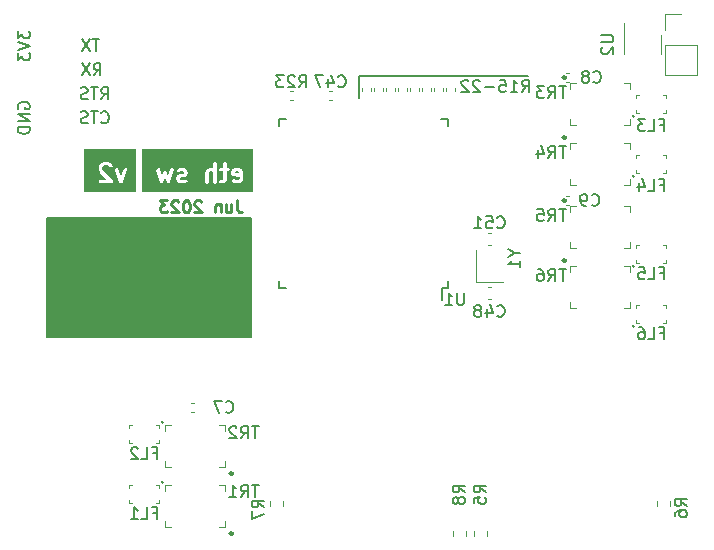
<source format=gbo>
%TF.GenerationSoftware,KiCad,Pcbnew,7.0.1-0*%
%TF.CreationDate,2023-07-11T12:02:19-05:00*%
%TF.ProjectId,little_switch,6c697474-6c65-45f7-9377-697463682e6b,2*%
%TF.SameCoordinates,PX4221330PY3d0af40*%
%TF.FileFunction,Legend,Bot*%
%TF.FilePolarity,Positive*%
%FSLAX46Y46*%
G04 Gerber Fmt 4.6, Leading zero omitted, Abs format (unit mm)*
G04 Created by KiCad (PCBNEW 7.0.1-0) date 2023-07-11 12:02:19*
%MOMM*%
%LPD*%
G01*
G04 APERTURE LIST*
%ADD10C,0.150000*%
%ADD11C,0.254000*%
%ADD12C,0.304800*%
%ADD13C,0.152400*%
%ADD14C,0.120000*%
G04 APERTURE END LIST*
D10*
X25781000Y-7747000D02*
X40132000Y-7747000D01*
X25781000Y-9652000D02*
X25781000Y-7747000D01*
X-635000Y-19812000D02*
X16637000Y-19812000D01*
X16637000Y-29845000D01*
X-635000Y-29845000D01*
X-635000Y-19812000D01*
G36*
X-635000Y-19812000D02*
G01*
X16637000Y-19812000D01*
X16637000Y-29845000D01*
X-635000Y-29845000D01*
X-635000Y-19812000D01*
G37*
D11*
X15469809Y-18290660D02*
X15469809Y-19016375D01*
X15469809Y-19016375D02*
X15518190Y-19161518D01*
X15518190Y-19161518D02*
X15614952Y-19258280D01*
X15614952Y-19258280D02*
X15760095Y-19306660D01*
X15760095Y-19306660D02*
X15856857Y-19306660D01*
X14550571Y-18629327D02*
X14550571Y-19306660D01*
X14986000Y-18629327D02*
X14986000Y-19161518D01*
X14986000Y-19161518D02*
X14937619Y-19258280D01*
X14937619Y-19258280D02*
X14840857Y-19306660D01*
X14840857Y-19306660D02*
X14695714Y-19306660D01*
X14695714Y-19306660D02*
X14598952Y-19258280D01*
X14598952Y-19258280D02*
X14550571Y-19209899D01*
X14066762Y-18629327D02*
X14066762Y-19306660D01*
X14066762Y-18726089D02*
X14018381Y-18677708D01*
X14018381Y-18677708D02*
X13921619Y-18629327D01*
X13921619Y-18629327D02*
X13776476Y-18629327D01*
X13776476Y-18629327D02*
X13679714Y-18677708D01*
X13679714Y-18677708D02*
X13631333Y-18774470D01*
X13631333Y-18774470D02*
X13631333Y-19306660D01*
X12421810Y-18387422D02*
X12373429Y-18339041D01*
X12373429Y-18339041D02*
X12276667Y-18290660D01*
X12276667Y-18290660D02*
X12034762Y-18290660D01*
X12034762Y-18290660D02*
X11938000Y-18339041D01*
X11938000Y-18339041D02*
X11889619Y-18387422D01*
X11889619Y-18387422D02*
X11841238Y-18484184D01*
X11841238Y-18484184D02*
X11841238Y-18580946D01*
X11841238Y-18580946D02*
X11889619Y-18726089D01*
X11889619Y-18726089D02*
X12470191Y-19306660D01*
X12470191Y-19306660D02*
X11841238Y-19306660D01*
X11212286Y-18290660D02*
X11115524Y-18290660D01*
X11115524Y-18290660D02*
X11018762Y-18339041D01*
X11018762Y-18339041D02*
X10970381Y-18387422D01*
X10970381Y-18387422D02*
X10922000Y-18484184D01*
X10922000Y-18484184D02*
X10873619Y-18677708D01*
X10873619Y-18677708D02*
X10873619Y-18919613D01*
X10873619Y-18919613D02*
X10922000Y-19113137D01*
X10922000Y-19113137D02*
X10970381Y-19209899D01*
X10970381Y-19209899D02*
X11018762Y-19258280D01*
X11018762Y-19258280D02*
X11115524Y-19306660D01*
X11115524Y-19306660D02*
X11212286Y-19306660D01*
X11212286Y-19306660D02*
X11309048Y-19258280D01*
X11309048Y-19258280D02*
X11357429Y-19209899D01*
X11357429Y-19209899D02*
X11405810Y-19113137D01*
X11405810Y-19113137D02*
X11454191Y-18919613D01*
X11454191Y-18919613D02*
X11454191Y-18677708D01*
X11454191Y-18677708D02*
X11405810Y-18484184D01*
X11405810Y-18484184D02*
X11357429Y-18387422D01*
X11357429Y-18387422D02*
X11309048Y-18339041D01*
X11309048Y-18339041D02*
X11212286Y-18290660D01*
X10486572Y-18387422D02*
X10438191Y-18339041D01*
X10438191Y-18339041D02*
X10341429Y-18290660D01*
X10341429Y-18290660D02*
X10099524Y-18290660D01*
X10099524Y-18290660D02*
X10002762Y-18339041D01*
X10002762Y-18339041D02*
X9954381Y-18387422D01*
X9954381Y-18387422D02*
X9906000Y-18484184D01*
X9906000Y-18484184D02*
X9906000Y-18580946D01*
X9906000Y-18580946D02*
X9954381Y-18726089D01*
X9954381Y-18726089D02*
X10534953Y-19306660D01*
X10534953Y-19306660D02*
X9906000Y-19306660D01*
X9567334Y-18290660D02*
X8938381Y-18290660D01*
X8938381Y-18290660D02*
X9277048Y-18677708D01*
X9277048Y-18677708D02*
X9131905Y-18677708D01*
X9131905Y-18677708D02*
X9035143Y-18726089D01*
X9035143Y-18726089D02*
X8986762Y-18774470D01*
X8986762Y-18774470D02*
X8938381Y-18871232D01*
X8938381Y-18871232D02*
X8938381Y-19113137D01*
X8938381Y-19113137D02*
X8986762Y-19209899D01*
X8986762Y-19209899D02*
X9035143Y-19258280D01*
X9035143Y-19258280D02*
X9131905Y-19306660D01*
X9131905Y-19306660D02*
X9422191Y-19306660D01*
X9422191Y-19306660D02*
X9518953Y-19258280D01*
X9518953Y-19258280D02*
X9567334Y-19209899D01*
D12*
G36*
X15652549Y-15874653D02*
G01*
X15686314Y-15942182D01*
X15686314Y-16010593D01*
X15272569Y-15927843D01*
X15299163Y-15874653D01*
X15366690Y-15840891D01*
X15585024Y-15840891D01*
X15652549Y-15874653D01*
G37*
G36*
X16803914Y-17565914D02*
G01*
X7449458Y-17565914D01*
X7449458Y-15687331D01*
X8640455Y-15687331D01*
X8935129Y-16718692D01*
X8933616Y-16734596D01*
X8947192Y-16760910D01*
X8949054Y-16767427D01*
X8957198Y-16780305D01*
X8974650Y-16814132D01*
X8980853Y-16817711D01*
X8984683Y-16823767D01*
X9019200Y-16839836D01*
X9052169Y-16858858D01*
X9059323Y-16858515D01*
X9065819Y-16861539D01*
X9103540Y-16856396D01*
X9141564Y-16854574D01*
X9147398Y-16850416D01*
X9154496Y-16849449D01*
X9183447Y-16824730D01*
X9214451Y-16802639D01*
X9217111Y-16795988D01*
X9222560Y-16791336D01*
X9233553Y-16754882D01*
X9379856Y-16389125D01*
X9517956Y-16734374D01*
X9518073Y-16750351D01*
X9534264Y-16775145D01*
X9536781Y-16781436D01*
X9546194Y-16793413D01*
X9567008Y-16825285D01*
X9573544Y-16828212D01*
X9577972Y-16833846D01*
X9613943Y-16846307D01*
X9648687Y-16861869D01*
X9655771Y-16860797D01*
X9662539Y-16863142D01*
X9699528Y-16854179D01*
X9737178Y-16848486D01*
X9742558Y-16843754D01*
X9749519Y-16842068D01*
X9775791Y-16814531D01*
X9804386Y-16789386D01*
X9806354Y-16782496D01*
X9811299Y-16777314D01*
X9818513Y-16739938D01*
X9906708Y-16431255D01*
X10310512Y-16431255D01*
X10316028Y-16444555D01*
X10316028Y-16478572D01*
X10312105Y-16514907D01*
X10326032Y-16542762D01*
X10334808Y-16572649D01*
X10345690Y-16582078D01*
X10387324Y-16665347D01*
X10387116Y-16671270D01*
X10407158Y-16705015D01*
X10414488Y-16719674D01*
X10418297Y-16723769D01*
X10432819Y-16748219D01*
X10448187Y-16755903D01*
X10459889Y-16768483D01*
X10487435Y-16775527D01*
X10610646Y-16837131D01*
X10641393Y-16856891D01*
X10672537Y-16856891D01*
X10703192Y-16862408D01*
X10716494Y-16856891D01*
X10968223Y-16856891D01*
X11004558Y-16860814D01*
X11032413Y-16846886D01*
X11062300Y-16838111D01*
X11071729Y-16827228D01*
X11209325Y-16758431D01*
X11258134Y-16713030D01*
X11280306Y-16626323D01*
X11252082Y-16541393D01*
X11182421Y-16485204D01*
X11093441Y-16475597D01*
X10940451Y-16552091D01*
X10722118Y-16552091D01*
X10654591Y-16518328D01*
X10620828Y-16450800D01*
X10620828Y-16450182D01*
X10654591Y-16382653D01*
X10722118Y-16348891D01*
X10895653Y-16348891D01*
X10931988Y-16352814D01*
X10959844Y-16338885D01*
X10989729Y-16330111D01*
X10999158Y-16319228D01*
X11082426Y-16277594D01*
X11088348Y-16277803D01*
X11122087Y-16257763D01*
X11136753Y-16250431D01*
X11140850Y-16246619D01*
X11165297Y-16232100D01*
X11172980Y-16216732D01*
X11185562Y-16205030D01*
X11192606Y-16177481D01*
X11254212Y-16054270D01*
X11273971Y-16023526D01*
X11273971Y-15992383D01*
X11279488Y-15961728D01*
X11273971Y-15948426D01*
X11273971Y-15923255D01*
X12777941Y-15923255D01*
X12783457Y-15936555D01*
X12783457Y-16726403D01*
X12802237Y-16790363D01*
X12869875Y-16848971D01*
X12958461Y-16861708D01*
X13039871Y-16824530D01*
X13088257Y-16749240D01*
X13088257Y-15942182D01*
X13122020Y-15874653D01*
X13189547Y-15840891D01*
X13335308Y-15840891D01*
X13426150Y-15886311D01*
X13436599Y-15896760D01*
X13436599Y-16726403D01*
X13455379Y-16790363D01*
X13523017Y-16848971D01*
X13611603Y-16861708D01*
X13693013Y-16824530D01*
X13741399Y-16749240D01*
X13741399Y-16727095D01*
X13939782Y-16727095D01*
X13976960Y-16808505D01*
X14052250Y-16856891D01*
X14233937Y-16856891D01*
X14270272Y-16860814D01*
X14298127Y-16846886D01*
X14328014Y-16838111D01*
X14337443Y-16827228D01*
X14420712Y-16785594D01*
X14426635Y-16785803D01*
X14460380Y-16765760D01*
X14475039Y-16758431D01*
X14479134Y-16754621D01*
X14503584Y-16740100D01*
X14511268Y-16724731D01*
X14523848Y-16713030D01*
X14530892Y-16685483D01*
X14592496Y-16562272D01*
X14612256Y-16531526D01*
X14612256Y-16500382D01*
X14617773Y-16469727D01*
X14612256Y-16456425D01*
X14612256Y-16042680D01*
X14954403Y-16042680D01*
X14960600Y-16069029D01*
X14960600Y-16073260D01*
X14965601Y-16090292D01*
X14974893Y-16129800D01*
X14978116Y-16132916D01*
X14979380Y-16137220D01*
X15010056Y-16163801D01*
X15039232Y-16192012D01*
X15043628Y-16192891D01*
X15047018Y-16195828D01*
X15087195Y-16201604D01*
X15686314Y-16321429D01*
X15686314Y-16450800D01*
X15652549Y-16518328D01*
X15585024Y-16552091D01*
X15366690Y-16552091D01*
X15234127Y-16485810D01*
X15168521Y-16474004D01*
X15085852Y-16508291D01*
X15034843Y-16581828D01*
X15031688Y-16671270D01*
X15077391Y-16748219D01*
X15255218Y-16837131D01*
X15285965Y-16856891D01*
X15317109Y-16856891D01*
X15347764Y-16862408D01*
X15361066Y-16856891D01*
X15612796Y-16856891D01*
X15649131Y-16860814D01*
X15676987Y-16846885D01*
X15706872Y-16838111D01*
X15716301Y-16827228D01*
X15799569Y-16785594D01*
X15805491Y-16785803D01*
X15839230Y-16765763D01*
X15853896Y-16758431D01*
X15857993Y-16754619D01*
X15882440Y-16740100D01*
X15890123Y-16724732D01*
X15902705Y-16713030D01*
X15909749Y-16685481D01*
X15971355Y-16562270D01*
X15991114Y-16531526D01*
X15991114Y-16500383D01*
X15996631Y-16469728D01*
X15991114Y-16456426D01*
X15991114Y-16222667D01*
X15997311Y-16205159D01*
X15991114Y-16178810D01*
X15991114Y-15914409D01*
X15995037Y-15878074D01*
X15981108Y-15850218D01*
X15972334Y-15820333D01*
X15961451Y-15810903D01*
X15919816Y-15727633D01*
X15920025Y-15721712D01*
X15899984Y-15687970D01*
X15892653Y-15673308D01*
X15888842Y-15669211D01*
X15874322Y-15644764D01*
X15858954Y-15637080D01*
X15847252Y-15624499D01*
X15819703Y-15617454D01*
X15696493Y-15555849D01*
X15665749Y-15536091D01*
X15634603Y-15536091D01*
X15603950Y-15530575D01*
X15590650Y-15536091D01*
X15338919Y-15536091D01*
X15302584Y-15532168D01*
X15274727Y-15546095D01*
X15244842Y-15554871D01*
X15235412Y-15565753D01*
X15152142Y-15607387D01*
X15146221Y-15607179D01*
X15112487Y-15627214D01*
X15097817Y-15634550D01*
X15093717Y-15638363D01*
X15069273Y-15652882D01*
X15061590Y-15668247D01*
X15049008Y-15679951D01*
X15041962Y-15707502D01*
X14980359Y-15830708D01*
X14960600Y-15861456D01*
X14960600Y-15892603D01*
X14955084Y-15923255D01*
X14960600Y-15936555D01*
X14960600Y-16025172D01*
X14954403Y-16042680D01*
X14612256Y-16042680D01*
X14612256Y-15840891D01*
X14699483Y-15840891D01*
X14763443Y-15822111D01*
X14822051Y-15754473D01*
X14834788Y-15665887D01*
X14797610Y-15584477D01*
X14722320Y-15536091D01*
X14612256Y-15536091D01*
X14612256Y-15158579D01*
X14593476Y-15094619D01*
X14525838Y-15036011D01*
X14437252Y-15023274D01*
X14355842Y-15060452D01*
X14307456Y-15135742D01*
X14307456Y-15536091D01*
X14075087Y-15536091D01*
X14011127Y-15554871D01*
X13952519Y-15622509D01*
X13939782Y-15711095D01*
X13976960Y-15792505D01*
X14052250Y-15840891D01*
X14307456Y-15840891D01*
X14307456Y-16450801D01*
X14273693Y-16518327D01*
X14206165Y-16552091D01*
X14075087Y-16552091D01*
X14011127Y-16570871D01*
X13952519Y-16638509D01*
X13939782Y-16727095D01*
X13741399Y-16727095D01*
X13741399Y-15861133D01*
X13747429Y-15844967D01*
X13741399Y-15817247D01*
X13741399Y-15158579D01*
X13722619Y-15094619D01*
X13654981Y-15036011D01*
X13566395Y-15023274D01*
X13484985Y-15060452D01*
X13436599Y-15135742D01*
X13436599Y-15549307D01*
X13416034Y-15536091D01*
X13384887Y-15536091D01*
X13354235Y-15530575D01*
X13340935Y-15536091D01*
X13161776Y-15536091D01*
X13125441Y-15532168D01*
X13097584Y-15546095D01*
X13067699Y-15554871D01*
X13058269Y-15565753D01*
X12974999Y-15607387D01*
X12969078Y-15607179D01*
X12935344Y-15627214D01*
X12920674Y-15634550D01*
X12916574Y-15638363D01*
X12892130Y-15652882D01*
X12884447Y-15668247D01*
X12871865Y-15679951D01*
X12864819Y-15707502D01*
X12803216Y-15830708D01*
X12783457Y-15861456D01*
X12783457Y-15892603D01*
X12777941Y-15923255D01*
X11273971Y-15923255D01*
X11273971Y-15914409D01*
X11277894Y-15878074D01*
X11263965Y-15850218D01*
X11255191Y-15820333D01*
X11244308Y-15810903D01*
X11202673Y-15727633D01*
X11202882Y-15721712D01*
X11182841Y-15687970D01*
X11175510Y-15673308D01*
X11171699Y-15669211D01*
X11157179Y-15644764D01*
X11141811Y-15637080D01*
X11130109Y-15624499D01*
X11102560Y-15617454D01*
X10979350Y-15555849D01*
X10948606Y-15536091D01*
X10917460Y-15536091D01*
X10886807Y-15530575D01*
X10873507Y-15536091D01*
X10694347Y-15536091D01*
X10658012Y-15532168D01*
X10630155Y-15546095D01*
X10600270Y-15554871D01*
X10590840Y-15565753D01*
X10453245Y-15634550D01*
X10404436Y-15679951D01*
X10382264Y-15766659D01*
X10410488Y-15851589D01*
X10480149Y-15907778D01*
X10569129Y-15917385D01*
X10722118Y-15840891D01*
X10867881Y-15840891D01*
X10935406Y-15874653D01*
X10969171Y-15942182D01*
X10969171Y-15942800D01*
X10935406Y-16010328D01*
X10867881Y-16044091D01*
X10694347Y-16044091D01*
X10658012Y-16040168D01*
X10630155Y-16054095D01*
X10600270Y-16062871D01*
X10590840Y-16073753D01*
X10507570Y-16115387D01*
X10501649Y-16115179D01*
X10467915Y-16135214D01*
X10453245Y-16142550D01*
X10449145Y-16146363D01*
X10424701Y-16160882D01*
X10417018Y-16176247D01*
X10404436Y-16187951D01*
X10397390Y-16215502D01*
X10335787Y-16338708D01*
X10316028Y-16369456D01*
X10316028Y-16400603D01*
X10310512Y-16431255D01*
X9906708Y-16431255D01*
X10112984Y-15709289D01*
X10112498Y-15642631D01*
X10063563Y-15567696D01*
X9981885Y-15531113D01*
X9893393Y-15544496D01*
X9826185Y-15603596D01*
X9646076Y-16233976D01*
X9535070Y-15956460D01*
X9535812Y-15948672D01*
X9518645Y-15915398D01*
X9513219Y-15901832D01*
X9508641Y-15896008D01*
X9494778Y-15869136D01*
X9481501Y-15861475D01*
X9472028Y-15849422D01*
X9443452Y-15839522D01*
X9417259Y-15824410D01*
X9401945Y-15825143D01*
X9387461Y-15820126D01*
X9358072Y-15827246D01*
X9327864Y-15828694D01*
X9315378Y-15837590D01*
X9300481Y-15841200D01*
X9279605Y-15863080D01*
X9254977Y-15880629D01*
X9249284Y-15894860D01*
X9238701Y-15905953D01*
X9232968Y-15935650D01*
X9113637Y-16233977D01*
X8939802Y-15625555D01*
X8904173Y-15569215D01*
X8823037Y-15531443D01*
X8734360Y-15543533D01*
X8666296Y-15601646D01*
X8640455Y-15687331D01*
X7449458Y-15687331D01*
X7449458Y-13930086D01*
X16803914Y-13930086D01*
X16803914Y-17565914D01*
G37*
D13*
X3803952Y-4661020D02*
X3223380Y-4661020D01*
X3513666Y-5677020D02*
X3513666Y-4661020D01*
X2981476Y-4661020D02*
X2304142Y-5677020D01*
X2304142Y-4661020D02*
X2981476Y-5677020D01*
X3320142Y-7709020D02*
X3658809Y-7225211D01*
X3900714Y-7709020D02*
X3900714Y-6693020D01*
X3900714Y-6693020D02*
X3513666Y-6693020D01*
X3513666Y-6693020D02*
X3416904Y-6741401D01*
X3416904Y-6741401D02*
X3368523Y-6789782D01*
X3368523Y-6789782D02*
X3320142Y-6886544D01*
X3320142Y-6886544D02*
X3320142Y-7031687D01*
X3320142Y-7031687D02*
X3368523Y-7128449D01*
X3368523Y-7128449D02*
X3416904Y-7176830D01*
X3416904Y-7176830D02*
X3513666Y-7225211D01*
X3513666Y-7225211D02*
X3900714Y-7225211D01*
X2981476Y-6693020D02*
X2304142Y-7709020D01*
X2304142Y-6693020D02*
X2981476Y-7709020D01*
X39587713Y-9106020D02*
X39926380Y-8622211D01*
X40168285Y-9106020D02*
X40168285Y-8090020D01*
X40168285Y-8090020D02*
X39781237Y-8090020D01*
X39781237Y-8090020D02*
X39684475Y-8138401D01*
X39684475Y-8138401D02*
X39636094Y-8186782D01*
X39636094Y-8186782D02*
X39587713Y-8283544D01*
X39587713Y-8283544D02*
X39587713Y-8428687D01*
X39587713Y-8428687D02*
X39636094Y-8525449D01*
X39636094Y-8525449D02*
X39684475Y-8573830D01*
X39684475Y-8573830D02*
X39781237Y-8622211D01*
X39781237Y-8622211D02*
X40168285Y-8622211D01*
X38620094Y-9106020D02*
X39200666Y-9106020D01*
X38910380Y-9106020D02*
X38910380Y-8090020D01*
X38910380Y-8090020D02*
X39007142Y-8235163D01*
X39007142Y-8235163D02*
X39103904Y-8331925D01*
X39103904Y-8331925D02*
X39200666Y-8380306D01*
X37700856Y-8090020D02*
X38184666Y-8090020D01*
X38184666Y-8090020D02*
X38233047Y-8573830D01*
X38233047Y-8573830D02*
X38184666Y-8525449D01*
X38184666Y-8525449D02*
X38087904Y-8477068D01*
X38087904Y-8477068D02*
X37845999Y-8477068D01*
X37845999Y-8477068D02*
X37749237Y-8525449D01*
X37749237Y-8525449D02*
X37700856Y-8573830D01*
X37700856Y-8573830D02*
X37652475Y-8670592D01*
X37652475Y-8670592D02*
X37652475Y-8912497D01*
X37652475Y-8912497D02*
X37700856Y-9009259D01*
X37700856Y-9009259D02*
X37749237Y-9057640D01*
X37749237Y-9057640D02*
X37845999Y-9106020D01*
X37845999Y-9106020D02*
X38087904Y-9106020D01*
X38087904Y-9106020D02*
X38184666Y-9057640D01*
X38184666Y-9057640D02*
X38233047Y-9009259D01*
X37217047Y-8718973D02*
X36442952Y-8718973D01*
X36007523Y-8186782D02*
X35959142Y-8138401D01*
X35959142Y-8138401D02*
X35862380Y-8090020D01*
X35862380Y-8090020D02*
X35620475Y-8090020D01*
X35620475Y-8090020D02*
X35523713Y-8138401D01*
X35523713Y-8138401D02*
X35475332Y-8186782D01*
X35475332Y-8186782D02*
X35426951Y-8283544D01*
X35426951Y-8283544D02*
X35426951Y-8380306D01*
X35426951Y-8380306D02*
X35475332Y-8525449D01*
X35475332Y-8525449D02*
X36055904Y-9106020D01*
X36055904Y-9106020D02*
X35426951Y-9106020D01*
X35039904Y-8186782D02*
X34991523Y-8138401D01*
X34991523Y-8138401D02*
X34894761Y-8090020D01*
X34894761Y-8090020D02*
X34652856Y-8090020D01*
X34652856Y-8090020D02*
X34556094Y-8138401D01*
X34556094Y-8138401D02*
X34507713Y-8186782D01*
X34507713Y-8186782D02*
X34459332Y-8283544D01*
X34459332Y-8283544D02*
X34459332Y-8380306D01*
X34459332Y-8380306D02*
X34507713Y-8525449D01*
X34507713Y-8525449D02*
X35088285Y-9106020D01*
X35088285Y-9106020D02*
X34459332Y-9106020D01*
D12*
G36*
X6897914Y-17565914D02*
G01*
X2478314Y-17565914D01*
X2478314Y-15621660D01*
X3741984Y-15621660D01*
X3755259Y-15661487D01*
X3767094Y-15701792D01*
X3769344Y-15703742D01*
X3826111Y-15874045D01*
X3833880Y-15909755D01*
X3855901Y-15931776D01*
X3873677Y-15957354D01*
X3886983Y-15962858D01*
X4476216Y-16552091D01*
X3878802Y-16552091D01*
X3814842Y-16570871D01*
X3756234Y-16638509D01*
X3743497Y-16727095D01*
X3780675Y-16808505D01*
X3855965Y-16856891D01*
X4805244Y-16856891D01*
X4810379Y-16859695D01*
X4849582Y-16856891D01*
X4866054Y-16856891D01*
X4871358Y-16855333D01*
X4899649Y-16853310D01*
X4913459Y-16842971D01*
X4930014Y-16838111D01*
X4948588Y-16816674D01*
X4971295Y-16799677D01*
X4977324Y-16783510D01*
X4988622Y-16770473D01*
X4992658Y-16742402D01*
X5002572Y-16715823D01*
X4998904Y-16698961D01*
X5001359Y-16681887D01*
X4989577Y-16656089D01*
X4983548Y-16628370D01*
X4971347Y-16616169D01*
X4964181Y-16600477D01*
X4940321Y-16585143D01*
X4106487Y-15751310D01*
X4088586Y-15697607D01*
X5120999Y-15697607D01*
X5488504Y-16726622D01*
X5487711Y-16740419D01*
X5503292Y-16768029D01*
X5506276Y-16776384D01*
X5514011Y-16787024D01*
X5531696Y-16818362D01*
X5539969Y-16822730D01*
X5545474Y-16830302D01*
X5579018Y-16843349D01*
X5610837Y-16860151D01*
X5620161Y-16859353D01*
X5628884Y-16862746D01*
X5664152Y-16855588D01*
X5700009Y-16852520D01*
X5707422Y-16846807D01*
X5716593Y-16844946D01*
X5742390Y-16819860D01*
X5770899Y-16797891D01*
X5774046Y-16789077D01*
X5780756Y-16782553D01*
X5788896Y-16747498D01*
X6156176Y-15719113D01*
X6160002Y-15652563D01*
X6116017Y-15574620D01*
X6036876Y-15532830D01*
X5947704Y-15540461D01*
X5876814Y-15595091D01*
X5642427Y-16251373D01*
X5415723Y-15616598D01*
X5376525Y-15562680D01*
X5293115Y-15530236D01*
X5205406Y-15548036D01*
X5141243Y-15610429D01*
X5120999Y-15697607D01*
X4088586Y-15697607D01*
X4053114Y-15591190D01*
X4053114Y-15506754D01*
X4098535Y-15415909D01*
X4136132Y-15378312D01*
X4226975Y-15332891D01*
X4517881Y-15332891D01*
X4608723Y-15378312D01*
X4679302Y-15448891D01*
X4737808Y-15480838D01*
X4827077Y-15474453D01*
X4898723Y-15420820D01*
X4930000Y-15336965D01*
X4910976Y-15249513D01*
X4820273Y-15158810D01*
X4807179Y-15136764D01*
X4769624Y-15117986D01*
X4732762Y-15097858D01*
X4729792Y-15098070D01*
X4629350Y-15047849D01*
X4598606Y-15028091D01*
X4567460Y-15028091D01*
X4536807Y-15022575D01*
X4523507Y-15028091D01*
X4199204Y-15028091D01*
X4162869Y-15024168D01*
X4135013Y-15038095D01*
X4105127Y-15046871D01*
X4095696Y-15057754D01*
X3994792Y-15108206D01*
X3969736Y-15113657D01*
X3940043Y-15143349D01*
X3909294Y-15171952D01*
X3908556Y-15174836D01*
X3879033Y-15204359D01*
X3856987Y-15217454D01*
X3838212Y-15255004D01*
X3818081Y-15291871D01*
X3818293Y-15294841D01*
X3768073Y-15395280D01*
X3748314Y-15426028D01*
X3748314Y-15457175D01*
X3742798Y-15487827D01*
X3748314Y-15501127D01*
X3748314Y-15596812D01*
X3741984Y-15621660D01*
X2478314Y-15621660D01*
X2478314Y-13930086D01*
X6897914Y-13930086D01*
X6897914Y-17565914D01*
G37*
D13*
X-3037599Y-10528905D02*
X-3085980Y-10432143D01*
X-3085980Y-10432143D02*
X-3085980Y-10287000D01*
X-3085980Y-10287000D02*
X-3037599Y-10141857D01*
X-3037599Y-10141857D02*
X-2940837Y-10045095D01*
X-2940837Y-10045095D02*
X-2844075Y-9996714D01*
X-2844075Y-9996714D02*
X-2650551Y-9948333D01*
X-2650551Y-9948333D02*
X-2505408Y-9948333D01*
X-2505408Y-9948333D02*
X-2311884Y-9996714D01*
X-2311884Y-9996714D02*
X-2215122Y-10045095D01*
X-2215122Y-10045095D02*
X-2118360Y-10141857D01*
X-2118360Y-10141857D02*
X-2069980Y-10287000D01*
X-2069980Y-10287000D02*
X-2069980Y-10383762D01*
X-2069980Y-10383762D02*
X-2118360Y-10528905D01*
X-2118360Y-10528905D02*
X-2166741Y-10577286D01*
X-2166741Y-10577286D02*
X-2505408Y-10577286D01*
X-2505408Y-10577286D02*
X-2505408Y-10383762D01*
X-2069980Y-11012714D02*
X-3085980Y-11012714D01*
X-3085980Y-11012714D02*
X-2069980Y-11593286D01*
X-2069980Y-11593286D02*
X-3085980Y-11593286D01*
X-2069980Y-12077095D02*
X-3085980Y-12077095D01*
X-3085980Y-12077095D02*
X-3085980Y-12319000D01*
X-3085980Y-12319000D02*
X-3037599Y-12464143D01*
X-3037599Y-12464143D02*
X-2940837Y-12560905D01*
X-2940837Y-12560905D02*
X-2844075Y-12609286D01*
X-2844075Y-12609286D02*
X-2650551Y-12657667D01*
X-2650551Y-12657667D02*
X-2505408Y-12657667D01*
X-2505408Y-12657667D02*
X-2311884Y-12609286D01*
X-2311884Y-12609286D02*
X-2215122Y-12560905D01*
X-2215122Y-12560905D02*
X-2118360Y-12464143D01*
X-2118360Y-12464143D02*
X-2069980Y-12319000D01*
X-2069980Y-12319000D02*
X-2069980Y-12077095D01*
X3967237Y-11676259D02*
X4015618Y-11724640D01*
X4015618Y-11724640D02*
X4160761Y-11773020D01*
X4160761Y-11773020D02*
X4257523Y-11773020D01*
X4257523Y-11773020D02*
X4402666Y-11724640D01*
X4402666Y-11724640D02*
X4499428Y-11627878D01*
X4499428Y-11627878D02*
X4547809Y-11531116D01*
X4547809Y-11531116D02*
X4596190Y-11337592D01*
X4596190Y-11337592D02*
X4596190Y-11192449D01*
X4596190Y-11192449D02*
X4547809Y-10998925D01*
X4547809Y-10998925D02*
X4499428Y-10902163D01*
X4499428Y-10902163D02*
X4402666Y-10805401D01*
X4402666Y-10805401D02*
X4257523Y-10757020D01*
X4257523Y-10757020D02*
X4160761Y-10757020D01*
X4160761Y-10757020D02*
X4015618Y-10805401D01*
X4015618Y-10805401D02*
X3967237Y-10853782D01*
X3676952Y-10757020D02*
X3096380Y-10757020D01*
X3386666Y-11773020D02*
X3386666Y-10757020D01*
X2806095Y-11724640D02*
X2660952Y-11773020D01*
X2660952Y-11773020D02*
X2419047Y-11773020D01*
X2419047Y-11773020D02*
X2322285Y-11724640D01*
X2322285Y-11724640D02*
X2273904Y-11676259D01*
X2273904Y-11676259D02*
X2225523Y-11579497D01*
X2225523Y-11579497D02*
X2225523Y-11482735D01*
X2225523Y-11482735D02*
X2273904Y-11385973D01*
X2273904Y-11385973D02*
X2322285Y-11337592D01*
X2322285Y-11337592D02*
X2419047Y-11289211D01*
X2419047Y-11289211D02*
X2612571Y-11240830D01*
X2612571Y-11240830D02*
X2709333Y-11192449D01*
X2709333Y-11192449D02*
X2757714Y-11144068D01*
X2757714Y-11144068D02*
X2806095Y-11047306D01*
X2806095Y-11047306D02*
X2806095Y-10950544D01*
X2806095Y-10950544D02*
X2757714Y-10853782D01*
X2757714Y-10853782D02*
X2709333Y-10805401D01*
X2709333Y-10805401D02*
X2612571Y-10757020D01*
X2612571Y-10757020D02*
X2370666Y-10757020D01*
X2370666Y-10757020D02*
X2225523Y-10805401D01*
X3967237Y-9741020D02*
X4305904Y-9257211D01*
X4547809Y-9741020D02*
X4547809Y-8725020D01*
X4547809Y-8725020D02*
X4160761Y-8725020D01*
X4160761Y-8725020D02*
X4063999Y-8773401D01*
X4063999Y-8773401D02*
X4015618Y-8821782D01*
X4015618Y-8821782D02*
X3967237Y-8918544D01*
X3967237Y-8918544D02*
X3967237Y-9063687D01*
X3967237Y-9063687D02*
X4015618Y-9160449D01*
X4015618Y-9160449D02*
X4063999Y-9208830D01*
X4063999Y-9208830D02*
X4160761Y-9257211D01*
X4160761Y-9257211D02*
X4547809Y-9257211D01*
X3676952Y-8725020D02*
X3096380Y-8725020D01*
X3386666Y-9741020D02*
X3386666Y-8725020D01*
X2806095Y-9692640D02*
X2660952Y-9741020D01*
X2660952Y-9741020D02*
X2419047Y-9741020D01*
X2419047Y-9741020D02*
X2322285Y-9692640D01*
X2322285Y-9692640D02*
X2273904Y-9644259D01*
X2273904Y-9644259D02*
X2225523Y-9547497D01*
X2225523Y-9547497D02*
X2225523Y-9450735D01*
X2225523Y-9450735D02*
X2273904Y-9353973D01*
X2273904Y-9353973D02*
X2322285Y-9305592D01*
X2322285Y-9305592D02*
X2419047Y-9257211D01*
X2419047Y-9257211D02*
X2612571Y-9208830D01*
X2612571Y-9208830D02*
X2709333Y-9160449D01*
X2709333Y-9160449D02*
X2757714Y-9112068D01*
X2757714Y-9112068D02*
X2806095Y-9015306D01*
X2806095Y-9015306D02*
X2806095Y-8918544D01*
X2806095Y-8918544D02*
X2757714Y-8821782D01*
X2757714Y-8821782D02*
X2709333Y-8773401D01*
X2709333Y-8773401D02*
X2612571Y-8725020D01*
X2612571Y-8725020D02*
X2370666Y-8725020D01*
X2370666Y-8725020D02*
X2225523Y-8773401D01*
X-3085980Y-3949095D02*
X-3085980Y-4578048D01*
X-3085980Y-4578048D02*
X-2698932Y-4239381D01*
X-2698932Y-4239381D02*
X-2698932Y-4384524D01*
X-2698932Y-4384524D02*
X-2650551Y-4481286D01*
X-2650551Y-4481286D02*
X-2602170Y-4529667D01*
X-2602170Y-4529667D02*
X-2505408Y-4578048D01*
X-2505408Y-4578048D02*
X-2263503Y-4578048D01*
X-2263503Y-4578048D02*
X-2166741Y-4529667D01*
X-2166741Y-4529667D02*
X-2118360Y-4481286D01*
X-2118360Y-4481286D02*
X-2069980Y-4384524D01*
X-2069980Y-4384524D02*
X-2069980Y-4094238D01*
X-2069980Y-4094238D02*
X-2118360Y-3997476D01*
X-2118360Y-3997476D02*
X-2166741Y-3949095D01*
X-3085980Y-4868333D02*
X-2069980Y-5207000D01*
X-2069980Y-5207000D02*
X-3085980Y-5545667D01*
X-3085980Y-5787571D02*
X-3085980Y-6416524D01*
X-3085980Y-6416524D02*
X-2698932Y-6077857D01*
X-2698932Y-6077857D02*
X-2698932Y-6223000D01*
X-2698932Y-6223000D02*
X-2650551Y-6319762D01*
X-2650551Y-6319762D02*
X-2602170Y-6368143D01*
X-2602170Y-6368143D02*
X-2505408Y-6416524D01*
X-2505408Y-6416524D02*
X-2263503Y-6416524D01*
X-2263503Y-6416524D02*
X-2166741Y-6368143D01*
X-2166741Y-6368143D02*
X-2118360Y-6319762D01*
X-2118360Y-6319762D02*
X-2069980Y-6223000D01*
X-2069980Y-6223000D02*
X-2069980Y-5932714D01*
X-2069980Y-5932714D02*
X-2118360Y-5835952D01*
X-2118360Y-5835952D02*
X-2166741Y-5787571D01*
%TO.C,FL1*%
X8369904Y-44768830D02*
X8708571Y-44768830D01*
X8708571Y-45301020D02*
X8708571Y-44285020D01*
X8708571Y-44285020D02*
X8224761Y-44285020D01*
X7353904Y-45301020D02*
X7837714Y-45301020D01*
X7837714Y-45301020D02*
X7837714Y-44285020D01*
X6483047Y-45301020D02*
X7063619Y-45301020D01*
X6773333Y-45301020D02*
X6773333Y-44285020D01*
X6773333Y-44285020D02*
X6870095Y-44430163D01*
X6870095Y-44430163D02*
X6966857Y-44526925D01*
X6966857Y-44526925D02*
X7063619Y-44575306D01*
%TO.C,TR5*%
X43319095Y-19012020D02*
X42738523Y-19012020D01*
X43028809Y-20028020D02*
X43028809Y-19012020D01*
X41819285Y-20028020D02*
X42157952Y-19544211D01*
X42399857Y-20028020D02*
X42399857Y-19012020D01*
X42399857Y-19012020D02*
X42012809Y-19012020D01*
X42012809Y-19012020D02*
X41916047Y-19060401D01*
X41916047Y-19060401D02*
X41867666Y-19108782D01*
X41867666Y-19108782D02*
X41819285Y-19205544D01*
X41819285Y-19205544D02*
X41819285Y-19350687D01*
X41819285Y-19350687D02*
X41867666Y-19447449D01*
X41867666Y-19447449D02*
X41916047Y-19495830D01*
X41916047Y-19495830D02*
X42012809Y-19544211D01*
X42012809Y-19544211D02*
X42399857Y-19544211D01*
X40900047Y-19012020D02*
X41383857Y-19012020D01*
X41383857Y-19012020D02*
X41432238Y-19495830D01*
X41432238Y-19495830D02*
X41383857Y-19447449D01*
X41383857Y-19447449D02*
X41287095Y-19399068D01*
X41287095Y-19399068D02*
X41045190Y-19399068D01*
X41045190Y-19399068D02*
X40948428Y-19447449D01*
X40948428Y-19447449D02*
X40900047Y-19495830D01*
X40900047Y-19495830D02*
X40851666Y-19592592D01*
X40851666Y-19592592D02*
X40851666Y-19834497D01*
X40851666Y-19834497D02*
X40900047Y-19931259D01*
X40900047Y-19931259D02*
X40948428Y-19979640D01*
X40948428Y-19979640D02*
X41045190Y-20028020D01*
X41045190Y-20028020D02*
X41287095Y-20028020D01*
X41287095Y-20028020D02*
X41383857Y-19979640D01*
X41383857Y-19979640D02*
X41432238Y-19931259D01*
%TO.C,C7*%
X14520332Y-36187259D02*
X14568713Y-36235640D01*
X14568713Y-36235640D02*
X14713856Y-36284020D01*
X14713856Y-36284020D02*
X14810618Y-36284020D01*
X14810618Y-36284020D02*
X14955761Y-36235640D01*
X14955761Y-36235640D02*
X15052523Y-36138878D01*
X15052523Y-36138878D02*
X15100904Y-36042116D01*
X15100904Y-36042116D02*
X15149285Y-35848592D01*
X15149285Y-35848592D02*
X15149285Y-35703449D01*
X15149285Y-35703449D02*
X15100904Y-35509925D01*
X15100904Y-35509925D02*
X15052523Y-35413163D01*
X15052523Y-35413163D02*
X14955761Y-35316401D01*
X14955761Y-35316401D02*
X14810618Y-35268020D01*
X14810618Y-35268020D02*
X14713856Y-35268020D01*
X14713856Y-35268020D02*
X14568713Y-35316401D01*
X14568713Y-35316401D02*
X14520332Y-35364782D01*
X14181666Y-35268020D02*
X13504332Y-35268020D01*
X13504332Y-35268020D02*
X13939761Y-36284020D01*
%TO.C,C47*%
X24021142Y-8628259D02*
X24069523Y-8676640D01*
X24069523Y-8676640D02*
X24214666Y-8725020D01*
X24214666Y-8725020D02*
X24311428Y-8725020D01*
X24311428Y-8725020D02*
X24456571Y-8676640D01*
X24456571Y-8676640D02*
X24553333Y-8579878D01*
X24553333Y-8579878D02*
X24601714Y-8483116D01*
X24601714Y-8483116D02*
X24650095Y-8289592D01*
X24650095Y-8289592D02*
X24650095Y-8144449D01*
X24650095Y-8144449D02*
X24601714Y-7950925D01*
X24601714Y-7950925D02*
X24553333Y-7854163D01*
X24553333Y-7854163D02*
X24456571Y-7757401D01*
X24456571Y-7757401D02*
X24311428Y-7709020D01*
X24311428Y-7709020D02*
X24214666Y-7709020D01*
X24214666Y-7709020D02*
X24069523Y-7757401D01*
X24069523Y-7757401D02*
X24021142Y-7805782D01*
X23150285Y-8047687D02*
X23150285Y-8725020D01*
X23392190Y-7660640D02*
X23634095Y-8386354D01*
X23634095Y-8386354D02*
X23005142Y-8386354D01*
X22714857Y-7709020D02*
X22037523Y-7709020D01*
X22037523Y-7709020D02*
X22472952Y-8725020D01*
%TO.C,FL4*%
X51295904Y-16955830D02*
X51634571Y-16955830D01*
X51634571Y-17488020D02*
X51634571Y-16472020D01*
X51634571Y-16472020D02*
X51150761Y-16472020D01*
X50279904Y-17488020D02*
X50763714Y-17488020D01*
X50763714Y-17488020D02*
X50763714Y-16472020D01*
X49505809Y-16810687D02*
X49505809Y-17488020D01*
X49747714Y-16423640D02*
X49989619Y-17149354D01*
X49989619Y-17149354D02*
X49360666Y-17149354D01*
%TO.C,TR3*%
X43319095Y-8598020D02*
X42738523Y-8598020D01*
X43028809Y-9614020D02*
X43028809Y-8598020D01*
X41819285Y-9614020D02*
X42157952Y-9130211D01*
X42399857Y-9614020D02*
X42399857Y-8598020D01*
X42399857Y-8598020D02*
X42012809Y-8598020D01*
X42012809Y-8598020D02*
X41916047Y-8646401D01*
X41916047Y-8646401D02*
X41867666Y-8694782D01*
X41867666Y-8694782D02*
X41819285Y-8791544D01*
X41819285Y-8791544D02*
X41819285Y-8936687D01*
X41819285Y-8936687D02*
X41867666Y-9033449D01*
X41867666Y-9033449D02*
X41916047Y-9081830D01*
X41916047Y-9081830D02*
X42012809Y-9130211D01*
X42012809Y-9130211D02*
X42399857Y-9130211D01*
X41480619Y-8598020D02*
X40851666Y-8598020D01*
X40851666Y-8598020D02*
X41190333Y-8985068D01*
X41190333Y-8985068D02*
X41045190Y-8985068D01*
X41045190Y-8985068D02*
X40948428Y-9033449D01*
X40948428Y-9033449D02*
X40900047Y-9081830D01*
X40900047Y-9081830D02*
X40851666Y-9178592D01*
X40851666Y-9178592D02*
X40851666Y-9420497D01*
X40851666Y-9420497D02*
X40900047Y-9517259D01*
X40900047Y-9517259D02*
X40948428Y-9565640D01*
X40948428Y-9565640D02*
X41045190Y-9614020D01*
X41045190Y-9614020D02*
X41335476Y-9614020D01*
X41335476Y-9614020D02*
X41432238Y-9565640D01*
X41432238Y-9565640D02*
X41480619Y-9517259D01*
%TO.C,R23*%
X20719142Y-8725020D02*
X21057809Y-8241211D01*
X21299714Y-8725020D02*
X21299714Y-7709020D01*
X21299714Y-7709020D02*
X20912666Y-7709020D01*
X20912666Y-7709020D02*
X20815904Y-7757401D01*
X20815904Y-7757401D02*
X20767523Y-7805782D01*
X20767523Y-7805782D02*
X20719142Y-7902544D01*
X20719142Y-7902544D02*
X20719142Y-8047687D01*
X20719142Y-8047687D02*
X20767523Y-8144449D01*
X20767523Y-8144449D02*
X20815904Y-8192830D01*
X20815904Y-8192830D02*
X20912666Y-8241211D01*
X20912666Y-8241211D02*
X21299714Y-8241211D01*
X20332095Y-7805782D02*
X20283714Y-7757401D01*
X20283714Y-7757401D02*
X20186952Y-7709020D01*
X20186952Y-7709020D02*
X19945047Y-7709020D01*
X19945047Y-7709020D02*
X19848285Y-7757401D01*
X19848285Y-7757401D02*
X19799904Y-7805782D01*
X19799904Y-7805782D02*
X19751523Y-7902544D01*
X19751523Y-7902544D02*
X19751523Y-7999306D01*
X19751523Y-7999306D02*
X19799904Y-8144449D01*
X19799904Y-8144449D02*
X20380476Y-8725020D01*
X20380476Y-8725020D02*
X19751523Y-8725020D01*
X19412857Y-7709020D02*
X18783904Y-7709020D01*
X18783904Y-7709020D02*
X19122571Y-8096068D01*
X19122571Y-8096068D02*
X18977428Y-8096068D01*
X18977428Y-8096068D02*
X18880666Y-8144449D01*
X18880666Y-8144449D02*
X18832285Y-8192830D01*
X18832285Y-8192830D02*
X18783904Y-8289592D01*
X18783904Y-8289592D02*
X18783904Y-8531497D01*
X18783904Y-8531497D02*
X18832285Y-8628259D01*
X18832285Y-8628259D02*
X18880666Y-8676640D01*
X18880666Y-8676640D02*
X18977428Y-8725020D01*
X18977428Y-8725020D02*
X19267714Y-8725020D01*
X19267714Y-8725020D02*
X19364476Y-8676640D01*
X19364476Y-8676640D02*
X19412857Y-8628259D01*
%TO.C,R8*%
X34760020Y-43010667D02*
X34276211Y-42672000D01*
X34760020Y-42430095D02*
X33744020Y-42430095D01*
X33744020Y-42430095D02*
X33744020Y-42817143D01*
X33744020Y-42817143D02*
X33792401Y-42913905D01*
X33792401Y-42913905D02*
X33840782Y-42962286D01*
X33840782Y-42962286D02*
X33937544Y-43010667D01*
X33937544Y-43010667D02*
X34082687Y-43010667D01*
X34082687Y-43010667D02*
X34179449Y-42962286D01*
X34179449Y-42962286D02*
X34227830Y-42913905D01*
X34227830Y-42913905D02*
X34276211Y-42817143D01*
X34276211Y-42817143D02*
X34276211Y-42430095D01*
X34179449Y-43591238D02*
X34131068Y-43494476D01*
X34131068Y-43494476D02*
X34082687Y-43446095D01*
X34082687Y-43446095D02*
X33985925Y-43397714D01*
X33985925Y-43397714D02*
X33937544Y-43397714D01*
X33937544Y-43397714D02*
X33840782Y-43446095D01*
X33840782Y-43446095D02*
X33792401Y-43494476D01*
X33792401Y-43494476D02*
X33744020Y-43591238D01*
X33744020Y-43591238D02*
X33744020Y-43784762D01*
X33744020Y-43784762D02*
X33792401Y-43881524D01*
X33792401Y-43881524D02*
X33840782Y-43929905D01*
X33840782Y-43929905D02*
X33937544Y-43978286D01*
X33937544Y-43978286D02*
X33985925Y-43978286D01*
X33985925Y-43978286D02*
X34082687Y-43929905D01*
X34082687Y-43929905D02*
X34131068Y-43881524D01*
X34131068Y-43881524D02*
X34179449Y-43784762D01*
X34179449Y-43784762D02*
X34179449Y-43591238D01*
X34179449Y-43591238D02*
X34227830Y-43494476D01*
X34227830Y-43494476D02*
X34276211Y-43446095D01*
X34276211Y-43446095D02*
X34372973Y-43397714D01*
X34372973Y-43397714D02*
X34566497Y-43397714D01*
X34566497Y-43397714D02*
X34663259Y-43446095D01*
X34663259Y-43446095D02*
X34711640Y-43494476D01*
X34711640Y-43494476D02*
X34760020Y-43591238D01*
X34760020Y-43591238D02*
X34760020Y-43784762D01*
X34760020Y-43784762D02*
X34711640Y-43881524D01*
X34711640Y-43881524D02*
X34663259Y-43929905D01*
X34663259Y-43929905D02*
X34566497Y-43978286D01*
X34566497Y-43978286D02*
X34372973Y-43978286D01*
X34372973Y-43978286D02*
X34276211Y-43929905D01*
X34276211Y-43929905D02*
X34227830Y-43881524D01*
X34227830Y-43881524D02*
X34179449Y-43784762D01*
%TO.C,U1*%
X34683095Y-26124020D02*
X34683095Y-26946497D01*
X34683095Y-26946497D02*
X34634714Y-27043259D01*
X34634714Y-27043259D02*
X34586333Y-27091640D01*
X34586333Y-27091640D02*
X34489571Y-27140020D01*
X34489571Y-27140020D02*
X34296047Y-27140020D01*
X34296047Y-27140020D02*
X34199285Y-27091640D01*
X34199285Y-27091640D02*
X34150904Y-27043259D01*
X34150904Y-27043259D02*
X34102523Y-26946497D01*
X34102523Y-26946497D02*
X34102523Y-26124020D01*
X33086523Y-27140020D02*
X33667095Y-27140020D01*
X33376809Y-27140020D02*
X33376809Y-26124020D01*
X33376809Y-26124020D02*
X33473571Y-26269163D01*
X33473571Y-26269163D02*
X33570333Y-26365925D01*
X33570333Y-26365925D02*
X33667095Y-26414306D01*
%TO.C,R7*%
X17742020Y-44280667D02*
X17258211Y-43942000D01*
X17742020Y-43700095D02*
X16726020Y-43700095D01*
X16726020Y-43700095D02*
X16726020Y-44087143D01*
X16726020Y-44087143D02*
X16774401Y-44183905D01*
X16774401Y-44183905D02*
X16822782Y-44232286D01*
X16822782Y-44232286D02*
X16919544Y-44280667D01*
X16919544Y-44280667D02*
X17064687Y-44280667D01*
X17064687Y-44280667D02*
X17161449Y-44232286D01*
X17161449Y-44232286D02*
X17209830Y-44183905D01*
X17209830Y-44183905D02*
X17258211Y-44087143D01*
X17258211Y-44087143D02*
X17258211Y-43700095D01*
X16726020Y-44619333D02*
X16726020Y-45296667D01*
X16726020Y-45296667D02*
X17742020Y-44861238D01*
%TO.C,C9*%
X45508332Y-18661259D02*
X45556713Y-18709640D01*
X45556713Y-18709640D02*
X45701856Y-18758020D01*
X45701856Y-18758020D02*
X45798618Y-18758020D01*
X45798618Y-18758020D02*
X45943761Y-18709640D01*
X45943761Y-18709640D02*
X46040523Y-18612878D01*
X46040523Y-18612878D02*
X46088904Y-18516116D01*
X46088904Y-18516116D02*
X46137285Y-18322592D01*
X46137285Y-18322592D02*
X46137285Y-18177449D01*
X46137285Y-18177449D02*
X46088904Y-17983925D01*
X46088904Y-17983925D02*
X46040523Y-17887163D01*
X46040523Y-17887163D02*
X45943761Y-17790401D01*
X45943761Y-17790401D02*
X45798618Y-17742020D01*
X45798618Y-17742020D02*
X45701856Y-17742020D01*
X45701856Y-17742020D02*
X45556713Y-17790401D01*
X45556713Y-17790401D02*
X45508332Y-17838782D01*
X45024523Y-18758020D02*
X44830999Y-18758020D01*
X44830999Y-18758020D02*
X44734237Y-18709640D01*
X44734237Y-18709640D02*
X44685856Y-18661259D01*
X44685856Y-18661259D02*
X44589094Y-18516116D01*
X44589094Y-18516116D02*
X44540713Y-18322592D01*
X44540713Y-18322592D02*
X44540713Y-17935544D01*
X44540713Y-17935544D02*
X44589094Y-17838782D01*
X44589094Y-17838782D02*
X44637475Y-17790401D01*
X44637475Y-17790401D02*
X44734237Y-17742020D01*
X44734237Y-17742020D02*
X44927761Y-17742020D01*
X44927761Y-17742020D02*
X45024523Y-17790401D01*
X45024523Y-17790401D02*
X45072904Y-17838782D01*
X45072904Y-17838782D02*
X45121285Y-17935544D01*
X45121285Y-17935544D02*
X45121285Y-18177449D01*
X45121285Y-18177449D02*
X45072904Y-18274211D01*
X45072904Y-18274211D02*
X45024523Y-18322592D01*
X45024523Y-18322592D02*
X44927761Y-18370973D01*
X44927761Y-18370973D02*
X44734237Y-18370973D01*
X44734237Y-18370973D02*
X44637475Y-18322592D01*
X44637475Y-18322592D02*
X44589094Y-18274211D01*
X44589094Y-18274211D02*
X44540713Y-18177449D01*
%TO.C,FL2*%
X8369904Y-39688830D02*
X8708571Y-39688830D01*
X8708571Y-40221020D02*
X8708571Y-39205020D01*
X8708571Y-39205020D02*
X8224761Y-39205020D01*
X7353904Y-40221020D02*
X7837714Y-40221020D01*
X7837714Y-40221020D02*
X7837714Y-39205020D01*
X7063619Y-39301782D02*
X7015238Y-39253401D01*
X7015238Y-39253401D02*
X6918476Y-39205020D01*
X6918476Y-39205020D02*
X6676571Y-39205020D01*
X6676571Y-39205020D02*
X6579809Y-39253401D01*
X6579809Y-39253401D02*
X6531428Y-39301782D01*
X6531428Y-39301782D02*
X6483047Y-39398544D01*
X6483047Y-39398544D02*
X6483047Y-39495306D01*
X6483047Y-39495306D02*
X6531428Y-39640449D01*
X6531428Y-39640449D02*
X7112000Y-40221020D01*
X7112000Y-40221020D02*
X6483047Y-40221020D01*
%TO.C,C48*%
X37483142Y-28059259D02*
X37531523Y-28107640D01*
X37531523Y-28107640D02*
X37676666Y-28156020D01*
X37676666Y-28156020D02*
X37773428Y-28156020D01*
X37773428Y-28156020D02*
X37918571Y-28107640D01*
X37918571Y-28107640D02*
X38015333Y-28010878D01*
X38015333Y-28010878D02*
X38063714Y-27914116D01*
X38063714Y-27914116D02*
X38112095Y-27720592D01*
X38112095Y-27720592D02*
X38112095Y-27575449D01*
X38112095Y-27575449D02*
X38063714Y-27381925D01*
X38063714Y-27381925D02*
X38015333Y-27285163D01*
X38015333Y-27285163D02*
X37918571Y-27188401D01*
X37918571Y-27188401D02*
X37773428Y-27140020D01*
X37773428Y-27140020D02*
X37676666Y-27140020D01*
X37676666Y-27140020D02*
X37531523Y-27188401D01*
X37531523Y-27188401D02*
X37483142Y-27236782D01*
X36612285Y-27478687D02*
X36612285Y-28156020D01*
X36854190Y-27091640D02*
X37096095Y-27817354D01*
X37096095Y-27817354D02*
X36467142Y-27817354D01*
X35934952Y-27575449D02*
X36031714Y-27527068D01*
X36031714Y-27527068D02*
X36080095Y-27478687D01*
X36080095Y-27478687D02*
X36128476Y-27381925D01*
X36128476Y-27381925D02*
X36128476Y-27333544D01*
X36128476Y-27333544D02*
X36080095Y-27236782D01*
X36080095Y-27236782D02*
X36031714Y-27188401D01*
X36031714Y-27188401D02*
X35934952Y-27140020D01*
X35934952Y-27140020D02*
X35741428Y-27140020D01*
X35741428Y-27140020D02*
X35644666Y-27188401D01*
X35644666Y-27188401D02*
X35596285Y-27236782D01*
X35596285Y-27236782D02*
X35547904Y-27333544D01*
X35547904Y-27333544D02*
X35547904Y-27381925D01*
X35547904Y-27381925D02*
X35596285Y-27478687D01*
X35596285Y-27478687D02*
X35644666Y-27527068D01*
X35644666Y-27527068D02*
X35741428Y-27575449D01*
X35741428Y-27575449D02*
X35934952Y-27575449D01*
X35934952Y-27575449D02*
X36031714Y-27623830D01*
X36031714Y-27623830D02*
X36080095Y-27672211D01*
X36080095Y-27672211D02*
X36128476Y-27768973D01*
X36128476Y-27768973D02*
X36128476Y-27962497D01*
X36128476Y-27962497D02*
X36080095Y-28059259D01*
X36080095Y-28059259D02*
X36031714Y-28107640D01*
X36031714Y-28107640D02*
X35934952Y-28156020D01*
X35934952Y-28156020D02*
X35741428Y-28156020D01*
X35741428Y-28156020D02*
X35644666Y-28107640D01*
X35644666Y-28107640D02*
X35596285Y-28059259D01*
X35596285Y-28059259D02*
X35547904Y-27962497D01*
X35547904Y-27962497D02*
X35547904Y-27768973D01*
X35547904Y-27768973D02*
X35596285Y-27672211D01*
X35596285Y-27672211D02*
X35644666Y-27623830D01*
X35644666Y-27623830D02*
X35741428Y-27575449D01*
%TO.C,Y1*%
X38975211Y-22757190D02*
X39459020Y-22757190D01*
X38443020Y-22418523D02*
X38975211Y-22757190D01*
X38975211Y-22757190D02*
X38443020Y-23095857D01*
X39459020Y-23966714D02*
X39459020Y-23386142D01*
X39459020Y-23676428D02*
X38443020Y-23676428D01*
X38443020Y-23676428D02*
X38588163Y-23579666D01*
X38588163Y-23579666D02*
X38684925Y-23482904D01*
X38684925Y-23482904D02*
X38733306Y-23386142D01*
%TO.C,FL5*%
X51295904Y-24448830D02*
X51634571Y-24448830D01*
X51634571Y-24981020D02*
X51634571Y-23965020D01*
X51634571Y-23965020D02*
X51150761Y-23965020D01*
X50279904Y-24981020D02*
X50763714Y-24981020D01*
X50763714Y-24981020D02*
X50763714Y-23965020D01*
X49457428Y-23965020D02*
X49941238Y-23965020D01*
X49941238Y-23965020D02*
X49989619Y-24448830D01*
X49989619Y-24448830D02*
X49941238Y-24400449D01*
X49941238Y-24400449D02*
X49844476Y-24352068D01*
X49844476Y-24352068D02*
X49602571Y-24352068D01*
X49602571Y-24352068D02*
X49505809Y-24400449D01*
X49505809Y-24400449D02*
X49457428Y-24448830D01*
X49457428Y-24448830D02*
X49409047Y-24545592D01*
X49409047Y-24545592D02*
X49409047Y-24787497D01*
X49409047Y-24787497D02*
X49457428Y-24884259D01*
X49457428Y-24884259D02*
X49505809Y-24932640D01*
X49505809Y-24932640D02*
X49602571Y-24981020D01*
X49602571Y-24981020D02*
X49844476Y-24981020D01*
X49844476Y-24981020D02*
X49941238Y-24932640D01*
X49941238Y-24932640D02*
X49989619Y-24884259D01*
%TO.C,TR6*%
X43319095Y-24092020D02*
X42738523Y-24092020D01*
X43028809Y-25108020D02*
X43028809Y-24092020D01*
X41819285Y-25108020D02*
X42157952Y-24624211D01*
X42399857Y-25108020D02*
X42399857Y-24092020D01*
X42399857Y-24092020D02*
X42012809Y-24092020D01*
X42012809Y-24092020D02*
X41916047Y-24140401D01*
X41916047Y-24140401D02*
X41867666Y-24188782D01*
X41867666Y-24188782D02*
X41819285Y-24285544D01*
X41819285Y-24285544D02*
X41819285Y-24430687D01*
X41819285Y-24430687D02*
X41867666Y-24527449D01*
X41867666Y-24527449D02*
X41916047Y-24575830D01*
X41916047Y-24575830D02*
X42012809Y-24624211D01*
X42012809Y-24624211D02*
X42399857Y-24624211D01*
X40948428Y-24092020D02*
X41141952Y-24092020D01*
X41141952Y-24092020D02*
X41238714Y-24140401D01*
X41238714Y-24140401D02*
X41287095Y-24188782D01*
X41287095Y-24188782D02*
X41383857Y-24333925D01*
X41383857Y-24333925D02*
X41432238Y-24527449D01*
X41432238Y-24527449D02*
X41432238Y-24914497D01*
X41432238Y-24914497D02*
X41383857Y-25011259D01*
X41383857Y-25011259D02*
X41335476Y-25059640D01*
X41335476Y-25059640D02*
X41238714Y-25108020D01*
X41238714Y-25108020D02*
X41045190Y-25108020D01*
X41045190Y-25108020D02*
X40948428Y-25059640D01*
X40948428Y-25059640D02*
X40900047Y-25011259D01*
X40900047Y-25011259D02*
X40851666Y-24914497D01*
X40851666Y-24914497D02*
X40851666Y-24672592D01*
X40851666Y-24672592D02*
X40900047Y-24575830D01*
X40900047Y-24575830D02*
X40948428Y-24527449D01*
X40948428Y-24527449D02*
X41045190Y-24479068D01*
X41045190Y-24479068D02*
X41238714Y-24479068D01*
X41238714Y-24479068D02*
X41335476Y-24527449D01*
X41335476Y-24527449D02*
X41383857Y-24575830D01*
X41383857Y-24575830D02*
X41432238Y-24672592D01*
%TO.C,TR1*%
X17284095Y-42380020D02*
X16703523Y-42380020D01*
X16993809Y-43396020D02*
X16993809Y-42380020D01*
X15784285Y-43396020D02*
X16122952Y-42912211D01*
X16364857Y-43396020D02*
X16364857Y-42380020D01*
X16364857Y-42380020D02*
X15977809Y-42380020D01*
X15977809Y-42380020D02*
X15881047Y-42428401D01*
X15881047Y-42428401D02*
X15832666Y-42476782D01*
X15832666Y-42476782D02*
X15784285Y-42573544D01*
X15784285Y-42573544D02*
X15784285Y-42718687D01*
X15784285Y-42718687D02*
X15832666Y-42815449D01*
X15832666Y-42815449D02*
X15881047Y-42863830D01*
X15881047Y-42863830D02*
X15977809Y-42912211D01*
X15977809Y-42912211D02*
X16364857Y-42912211D01*
X14816666Y-43396020D02*
X15397238Y-43396020D01*
X15106952Y-43396020D02*
X15106952Y-42380020D01*
X15106952Y-42380020D02*
X15203714Y-42525163D01*
X15203714Y-42525163D02*
X15300476Y-42621925D01*
X15300476Y-42621925D02*
X15397238Y-42670306D01*
%TO.C,C8*%
X45635332Y-8247259D02*
X45683713Y-8295640D01*
X45683713Y-8295640D02*
X45828856Y-8344020D01*
X45828856Y-8344020D02*
X45925618Y-8344020D01*
X45925618Y-8344020D02*
X46070761Y-8295640D01*
X46070761Y-8295640D02*
X46167523Y-8198878D01*
X46167523Y-8198878D02*
X46215904Y-8102116D01*
X46215904Y-8102116D02*
X46264285Y-7908592D01*
X46264285Y-7908592D02*
X46264285Y-7763449D01*
X46264285Y-7763449D02*
X46215904Y-7569925D01*
X46215904Y-7569925D02*
X46167523Y-7473163D01*
X46167523Y-7473163D02*
X46070761Y-7376401D01*
X46070761Y-7376401D02*
X45925618Y-7328020D01*
X45925618Y-7328020D02*
X45828856Y-7328020D01*
X45828856Y-7328020D02*
X45683713Y-7376401D01*
X45683713Y-7376401D02*
X45635332Y-7424782D01*
X45054761Y-7763449D02*
X45151523Y-7715068D01*
X45151523Y-7715068D02*
X45199904Y-7666687D01*
X45199904Y-7666687D02*
X45248285Y-7569925D01*
X45248285Y-7569925D02*
X45248285Y-7521544D01*
X45248285Y-7521544D02*
X45199904Y-7424782D01*
X45199904Y-7424782D02*
X45151523Y-7376401D01*
X45151523Y-7376401D02*
X45054761Y-7328020D01*
X45054761Y-7328020D02*
X44861237Y-7328020D01*
X44861237Y-7328020D02*
X44764475Y-7376401D01*
X44764475Y-7376401D02*
X44716094Y-7424782D01*
X44716094Y-7424782D02*
X44667713Y-7521544D01*
X44667713Y-7521544D02*
X44667713Y-7569925D01*
X44667713Y-7569925D02*
X44716094Y-7666687D01*
X44716094Y-7666687D02*
X44764475Y-7715068D01*
X44764475Y-7715068D02*
X44861237Y-7763449D01*
X44861237Y-7763449D02*
X45054761Y-7763449D01*
X45054761Y-7763449D02*
X45151523Y-7811830D01*
X45151523Y-7811830D02*
X45199904Y-7860211D01*
X45199904Y-7860211D02*
X45248285Y-7956973D01*
X45248285Y-7956973D02*
X45248285Y-8150497D01*
X45248285Y-8150497D02*
X45199904Y-8247259D01*
X45199904Y-8247259D02*
X45151523Y-8295640D01*
X45151523Y-8295640D02*
X45054761Y-8344020D01*
X45054761Y-8344020D02*
X44861237Y-8344020D01*
X44861237Y-8344020D02*
X44764475Y-8295640D01*
X44764475Y-8295640D02*
X44716094Y-8247259D01*
X44716094Y-8247259D02*
X44667713Y-8150497D01*
X44667713Y-8150497D02*
X44667713Y-7956973D01*
X44667713Y-7956973D02*
X44716094Y-7860211D01*
X44716094Y-7860211D02*
X44764475Y-7811830D01*
X44764475Y-7811830D02*
X44861237Y-7763449D01*
%TO.C,FL3*%
X51295904Y-11875830D02*
X51634571Y-11875830D01*
X51634571Y-12408020D02*
X51634571Y-11392020D01*
X51634571Y-11392020D02*
X51150761Y-11392020D01*
X50279904Y-12408020D02*
X50763714Y-12408020D01*
X50763714Y-12408020D02*
X50763714Y-11392020D01*
X50038000Y-11392020D02*
X49409047Y-11392020D01*
X49409047Y-11392020D02*
X49747714Y-11779068D01*
X49747714Y-11779068D02*
X49602571Y-11779068D01*
X49602571Y-11779068D02*
X49505809Y-11827449D01*
X49505809Y-11827449D02*
X49457428Y-11875830D01*
X49457428Y-11875830D02*
X49409047Y-11972592D01*
X49409047Y-11972592D02*
X49409047Y-12214497D01*
X49409047Y-12214497D02*
X49457428Y-12311259D01*
X49457428Y-12311259D02*
X49505809Y-12359640D01*
X49505809Y-12359640D02*
X49602571Y-12408020D01*
X49602571Y-12408020D02*
X49892857Y-12408020D01*
X49892857Y-12408020D02*
X49989619Y-12359640D01*
X49989619Y-12359640D02*
X50038000Y-12311259D01*
%TO.C,R6*%
X53556020Y-44153667D02*
X53072211Y-43815000D01*
X53556020Y-43573095D02*
X52540020Y-43573095D01*
X52540020Y-43573095D02*
X52540020Y-43960143D01*
X52540020Y-43960143D02*
X52588401Y-44056905D01*
X52588401Y-44056905D02*
X52636782Y-44105286D01*
X52636782Y-44105286D02*
X52733544Y-44153667D01*
X52733544Y-44153667D02*
X52878687Y-44153667D01*
X52878687Y-44153667D02*
X52975449Y-44105286D01*
X52975449Y-44105286D02*
X53023830Y-44056905D01*
X53023830Y-44056905D02*
X53072211Y-43960143D01*
X53072211Y-43960143D02*
X53072211Y-43573095D01*
X52540020Y-45024524D02*
X52540020Y-44831000D01*
X52540020Y-44831000D02*
X52588401Y-44734238D01*
X52588401Y-44734238D02*
X52636782Y-44685857D01*
X52636782Y-44685857D02*
X52781925Y-44589095D01*
X52781925Y-44589095D02*
X52975449Y-44540714D01*
X52975449Y-44540714D02*
X53362497Y-44540714D01*
X53362497Y-44540714D02*
X53459259Y-44589095D01*
X53459259Y-44589095D02*
X53507640Y-44637476D01*
X53507640Y-44637476D02*
X53556020Y-44734238D01*
X53556020Y-44734238D02*
X53556020Y-44927762D01*
X53556020Y-44927762D02*
X53507640Y-45024524D01*
X53507640Y-45024524D02*
X53459259Y-45072905D01*
X53459259Y-45072905D02*
X53362497Y-45121286D01*
X53362497Y-45121286D02*
X53120592Y-45121286D01*
X53120592Y-45121286D02*
X53023830Y-45072905D01*
X53023830Y-45072905D02*
X52975449Y-45024524D01*
X52975449Y-45024524D02*
X52927068Y-44927762D01*
X52927068Y-44927762D02*
X52927068Y-44734238D01*
X52927068Y-44734238D02*
X52975449Y-44637476D01*
X52975449Y-44637476D02*
X53023830Y-44589095D01*
X53023830Y-44589095D02*
X53120592Y-44540714D01*
%TO.C,C51*%
X37483142Y-20566259D02*
X37531523Y-20614640D01*
X37531523Y-20614640D02*
X37676666Y-20663020D01*
X37676666Y-20663020D02*
X37773428Y-20663020D01*
X37773428Y-20663020D02*
X37918571Y-20614640D01*
X37918571Y-20614640D02*
X38015333Y-20517878D01*
X38015333Y-20517878D02*
X38063714Y-20421116D01*
X38063714Y-20421116D02*
X38112095Y-20227592D01*
X38112095Y-20227592D02*
X38112095Y-20082449D01*
X38112095Y-20082449D02*
X38063714Y-19888925D01*
X38063714Y-19888925D02*
X38015333Y-19792163D01*
X38015333Y-19792163D02*
X37918571Y-19695401D01*
X37918571Y-19695401D02*
X37773428Y-19647020D01*
X37773428Y-19647020D02*
X37676666Y-19647020D01*
X37676666Y-19647020D02*
X37531523Y-19695401D01*
X37531523Y-19695401D02*
X37483142Y-19743782D01*
X36563904Y-19647020D02*
X37047714Y-19647020D01*
X37047714Y-19647020D02*
X37096095Y-20130830D01*
X37096095Y-20130830D02*
X37047714Y-20082449D01*
X37047714Y-20082449D02*
X36950952Y-20034068D01*
X36950952Y-20034068D02*
X36709047Y-20034068D01*
X36709047Y-20034068D02*
X36612285Y-20082449D01*
X36612285Y-20082449D02*
X36563904Y-20130830D01*
X36563904Y-20130830D02*
X36515523Y-20227592D01*
X36515523Y-20227592D02*
X36515523Y-20469497D01*
X36515523Y-20469497D02*
X36563904Y-20566259D01*
X36563904Y-20566259D02*
X36612285Y-20614640D01*
X36612285Y-20614640D02*
X36709047Y-20663020D01*
X36709047Y-20663020D02*
X36950952Y-20663020D01*
X36950952Y-20663020D02*
X37047714Y-20614640D01*
X37047714Y-20614640D02*
X37096095Y-20566259D01*
X35547904Y-20663020D02*
X36128476Y-20663020D01*
X35838190Y-20663020D02*
X35838190Y-19647020D01*
X35838190Y-19647020D02*
X35934952Y-19792163D01*
X35934952Y-19792163D02*
X36031714Y-19888925D01*
X36031714Y-19888925D02*
X36128476Y-19937306D01*
%TO.C,FL6*%
X51295904Y-29528830D02*
X51634571Y-29528830D01*
X51634571Y-30061020D02*
X51634571Y-29045020D01*
X51634571Y-29045020D02*
X51150761Y-29045020D01*
X50279904Y-30061020D02*
X50763714Y-30061020D01*
X50763714Y-30061020D02*
X50763714Y-29045020D01*
X49505809Y-29045020D02*
X49699333Y-29045020D01*
X49699333Y-29045020D02*
X49796095Y-29093401D01*
X49796095Y-29093401D02*
X49844476Y-29141782D01*
X49844476Y-29141782D02*
X49941238Y-29286925D01*
X49941238Y-29286925D02*
X49989619Y-29480449D01*
X49989619Y-29480449D02*
X49989619Y-29867497D01*
X49989619Y-29867497D02*
X49941238Y-29964259D01*
X49941238Y-29964259D02*
X49892857Y-30012640D01*
X49892857Y-30012640D02*
X49796095Y-30061020D01*
X49796095Y-30061020D02*
X49602571Y-30061020D01*
X49602571Y-30061020D02*
X49505809Y-30012640D01*
X49505809Y-30012640D02*
X49457428Y-29964259D01*
X49457428Y-29964259D02*
X49409047Y-29867497D01*
X49409047Y-29867497D02*
X49409047Y-29625592D01*
X49409047Y-29625592D02*
X49457428Y-29528830D01*
X49457428Y-29528830D02*
X49505809Y-29480449D01*
X49505809Y-29480449D02*
X49602571Y-29432068D01*
X49602571Y-29432068D02*
X49796095Y-29432068D01*
X49796095Y-29432068D02*
X49892857Y-29480449D01*
X49892857Y-29480449D02*
X49941238Y-29528830D01*
X49941238Y-29528830D02*
X49989619Y-29625592D01*
%TO.C,TR4*%
X43319095Y-13678020D02*
X42738523Y-13678020D01*
X43028809Y-14694020D02*
X43028809Y-13678020D01*
X41819285Y-14694020D02*
X42157952Y-14210211D01*
X42399857Y-14694020D02*
X42399857Y-13678020D01*
X42399857Y-13678020D02*
X42012809Y-13678020D01*
X42012809Y-13678020D02*
X41916047Y-13726401D01*
X41916047Y-13726401D02*
X41867666Y-13774782D01*
X41867666Y-13774782D02*
X41819285Y-13871544D01*
X41819285Y-13871544D02*
X41819285Y-14016687D01*
X41819285Y-14016687D02*
X41867666Y-14113449D01*
X41867666Y-14113449D02*
X41916047Y-14161830D01*
X41916047Y-14161830D02*
X42012809Y-14210211D01*
X42012809Y-14210211D02*
X42399857Y-14210211D01*
X40948428Y-14016687D02*
X40948428Y-14694020D01*
X41190333Y-13629640D02*
X41432238Y-14355354D01*
X41432238Y-14355354D02*
X40803285Y-14355354D01*
%TO.C,TR2*%
X17284095Y-37427020D02*
X16703523Y-37427020D01*
X16993809Y-38443020D02*
X16993809Y-37427020D01*
X15784285Y-38443020D02*
X16122952Y-37959211D01*
X16364857Y-38443020D02*
X16364857Y-37427020D01*
X16364857Y-37427020D02*
X15977809Y-37427020D01*
X15977809Y-37427020D02*
X15881047Y-37475401D01*
X15881047Y-37475401D02*
X15832666Y-37523782D01*
X15832666Y-37523782D02*
X15784285Y-37620544D01*
X15784285Y-37620544D02*
X15784285Y-37765687D01*
X15784285Y-37765687D02*
X15832666Y-37862449D01*
X15832666Y-37862449D02*
X15881047Y-37910830D01*
X15881047Y-37910830D02*
X15977809Y-37959211D01*
X15977809Y-37959211D02*
X16364857Y-37959211D01*
X15397238Y-37523782D02*
X15348857Y-37475401D01*
X15348857Y-37475401D02*
X15252095Y-37427020D01*
X15252095Y-37427020D02*
X15010190Y-37427020D01*
X15010190Y-37427020D02*
X14913428Y-37475401D01*
X14913428Y-37475401D02*
X14865047Y-37523782D01*
X14865047Y-37523782D02*
X14816666Y-37620544D01*
X14816666Y-37620544D02*
X14816666Y-37717306D01*
X14816666Y-37717306D02*
X14865047Y-37862449D01*
X14865047Y-37862449D02*
X15445619Y-38443020D01*
X15445619Y-38443020D02*
X14816666Y-38443020D01*
%TO.C,U2*%
X46317020Y-4305904D02*
X47139497Y-4305904D01*
X47139497Y-4305904D02*
X47236259Y-4354285D01*
X47236259Y-4354285D02*
X47284640Y-4402666D01*
X47284640Y-4402666D02*
X47333020Y-4499428D01*
X47333020Y-4499428D02*
X47333020Y-4692952D01*
X47333020Y-4692952D02*
X47284640Y-4789714D01*
X47284640Y-4789714D02*
X47236259Y-4838095D01*
X47236259Y-4838095D02*
X47139497Y-4886476D01*
X47139497Y-4886476D02*
X46317020Y-4886476D01*
X46413782Y-5321904D02*
X46365401Y-5370285D01*
X46365401Y-5370285D02*
X46317020Y-5467047D01*
X46317020Y-5467047D02*
X46317020Y-5708952D01*
X46317020Y-5708952D02*
X46365401Y-5805714D01*
X46365401Y-5805714D02*
X46413782Y-5854095D01*
X46413782Y-5854095D02*
X46510544Y-5902476D01*
X46510544Y-5902476D02*
X46607306Y-5902476D01*
X46607306Y-5902476D02*
X46752449Y-5854095D01*
X46752449Y-5854095D02*
X47333020Y-5273523D01*
X47333020Y-5273523D02*
X47333020Y-5902476D01*
%TO.C,R5*%
X36538020Y-43010667D02*
X36054211Y-42672000D01*
X36538020Y-42430095D02*
X35522020Y-42430095D01*
X35522020Y-42430095D02*
X35522020Y-42817143D01*
X35522020Y-42817143D02*
X35570401Y-42913905D01*
X35570401Y-42913905D02*
X35618782Y-42962286D01*
X35618782Y-42962286D02*
X35715544Y-43010667D01*
X35715544Y-43010667D02*
X35860687Y-43010667D01*
X35860687Y-43010667D02*
X35957449Y-42962286D01*
X35957449Y-42962286D02*
X36005830Y-42913905D01*
X36005830Y-42913905D02*
X36054211Y-42817143D01*
X36054211Y-42817143D02*
X36054211Y-42430095D01*
X35522020Y-43929905D02*
X35522020Y-43446095D01*
X35522020Y-43446095D02*
X36005830Y-43397714D01*
X36005830Y-43397714D02*
X35957449Y-43446095D01*
X35957449Y-43446095D02*
X35909068Y-43542857D01*
X35909068Y-43542857D02*
X35909068Y-43784762D01*
X35909068Y-43784762D02*
X35957449Y-43881524D01*
X35957449Y-43881524D02*
X36005830Y-43929905D01*
X36005830Y-43929905D02*
X36102592Y-43978286D01*
X36102592Y-43978286D02*
X36344497Y-43978286D01*
X36344497Y-43978286D02*
X36441259Y-43929905D01*
X36441259Y-43929905D02*
X36489640Y-43881524D01*
X36489640Y-43881524D02*
X36538020Y-43784762D01*
X36538020Y-43784762D02*
X36538020Y-43542857D01*
X36538020Y-43542857D02*
X36489640Y-43446095D01*
X36489640Y-43446095D02*
X36441259Y-43397714D01*
D14*
%TO.C,FL1*%
X8890000Y-43942000D02*
X8636000Y-43942000D01*
X8890000Y-43688000D02*
X8890000Y-43942000D01*
X8890000Y-42418000D02*
X8890000Y-42672000D01*
X8636000Y-42418000D02*
X8890000Y-42418000D01*
X6604000Y-42418000D02*
X6350000Y-42418000D01*
X6350000Y-43942000D02*
X6604000Y-43942000D01*
X6350000Y-43688000D02*
X6350000Y-43942000D01*
X6350000Y-42418000D02*
X6350000Y-42672000D01*
D10*
X9219000Y-42164000D02*
G75*
G03*
X9219000Y-42164000I-75000J0D01*
G01*
D14*
%TO.C,TR5*%
X43688000Y-18796000D02*
X43688000Y-19304000D01*
X43688000Y-18796000D02*
X44196000Y-18796000D01*
X43688000Y-22352000D02*
X43688000Y-21844000D01*
X43688000Y-22352000D02*
X43942000Y-22352000D01*
X43942000Y-22352000D02*
X44196000Y-22352000D01*
X48260000Y-22352000D02*
X48768000Y-22352000D01*
X48768000Y-18796000D02*
X48260000Y-18796000D01*
X48768000Y-19304000D02*
X48768000Y-18796000D01*
X48768000Y-22352000D02*
X48768000Y-21844000D01*
D11*
X43307000Y-18288000D02*
G75*
G03*
X43307000Y-18288000I-127000J0D01*
G01*
D14*
%TO.C,C7*%
X11791836Y-36174000D02*
X11576164Y-36174000D01*
X11791836Y-35454000D02*
X11576164Y-35454000D01*
%TO.C,R18*%
X29844000Y-8736359D02*
X29844000Y-9043641D01*
X29084000Y-8736359D02*
X29084000Y-9043641D01*
%TO.C,R19*%
X30860000Y-8736359D02*
X30860000Y-9043641D01*
X30100000Y-8736359D02*
X30100000Y-9043641D01*
%TO.C,C47*%
X23475836Y-9758000D02*
X23260164Y-9758000D01*
X23475836Y-9038000D02*
X23260164Y-9038000D01*
%TO.C,FL4*%
X49276000Y-14478000D02*
X49530000Y-14478000D01*
X49276000Y-14732000D02*
X49276000Y-14478000D01*
X49276000Y-16002000D02*
X49276000Y-15748000D01*
X49530000Y-16002000D02*
X49276000Y-16002000D01*
X51562000Y-16002000D02*
X51816000Y-16002000D01*
X51816000Y-14478000D02*
X51562000Y-14478000D01*
X51816000Y-14732000D02*
X51816000Y-14478000D01*
X51816000Y-16002000D02*
X51816000Y-15748000D01*
D10*
X49097000Y-16256000D02*
G75*
G03*
X49097000Y-16256000I-75000J0D01*
G01*
D14*
%TO.C,TR3*%
X43688000Y-8382000D02*
X43688000Y-8890000D01*
X43688000Y-8382000D02*
X44196000Y-8382000D01*
X43688000Y-11938000D02*
X43688000Y-11430000D01*
X43688000Y-11938000D02*
X43942000Y-11938000D01*
X43942000Y-11938000D02*
X44196000Y-11938000D01*
X48260000Y-11938000D02*
X48768000Y-11938000D01*
X48768000Y-8382000D02*
X48260000Y-8382000D01*
X48768000Y-8890000D02*
X48768000Y-8382000D01*
X48768000Y-11938000D02*
X48768000Y-11430000D01*
D11*
X43307000Y-7874000D02*
G75*
G03*
X43307000Y-7874000I-127000J0D01*
G01*
D14*
%TO.C,R23*%
X19912359Y-9018000D02*
X20219641Y-9018000D01*
X19912359Y-9778000D02*
X20219641Y-9778000D01*
%TO.C,R8*%
X33767500Y-46719258D02*
X33767500Y-46244742D01*
X34812500Y-46719258D02*
X34812500Y-46244742D01*
D10*
%TO.C,U1*%
X19037000Y-25667000D02*
X19622000Y-25667000D01*
X19037000Y-25667000D02*
X19037000Y-25082000D01*
X32787000Y-25667000D02*
X32787000Y-26742000D01*
X33287000Y-25667000D02*
X32787000Y-25667000D01*
X33287000Y-25667000D02*
X33287000Y-25082000D01*
X19037000Y-11417000D02*
X19037000Y-12002000D01*
X19037000Y-11417000D02*
X19622000Y-11417000D01*
X33287000Y-11417000D02*
X33287000Y-12002000D01*
X33287000Y-11417000D02*
X32702000Y-11417000D01*
D14*
%TO.C,R7*%
X18273500Y-44179258D02*
X18273500Y-43704742D01*
X19318500Y-44179258D02*
X19318500Y-43704742D01*
%TO.C,R17*%
X28828000Y-8736359D02*
X28828000Y-9043641D01*
X28068000Y-8736359D02*
X28068000Y-9043641D01*
%TO.C,C9*%
X43326164Y-17928000D02*
X43541836Y-17928000D01*
X43326164Y-18648000D02*
X43541836Y-18648000D01*
%TO.C,J8*%
X54391006Y-7699990D02*
X51731006Y-7699990D01*
X54391006Y-5099990D02*
X54391006Y-7699990D01*
X54391006Y-5099990D02*
X51731006Y-5099990D01*
X53061006Y-2499990D02*
X51731006Y-2499990D01*
X51731006Y-5099990D02*
X51731006Y-7699990D01*
X51731006Y-2499990D02*
X51731006Y-3829990D01*
%TO.C,FL2*%
X8890000Y-38862000D02*
X8636000Y-38862000D01*
X8890000Y-38608000D02*
X8890000Y-38862000D01*
X8890000Y-37338000D02*
X8890000Y-37592000D01*
X8636000Y-37338000D02*
X8890000Y-37338000D01*
X6604000Y-37338000D02*
X6350000Y-37338000D01*
X6350000Y-38862000D02*
X6604000Y-38862000D01*
X6350000Y-38608000D02*
X6350000Y-38862000D01*
X6350000Y-37338000D02*
X6350000Y-37592000D01*
D10*
X9219000Y-37084000D02*
G75*
G03*
X9219000Y-37084000I-75000J0D01*
G01*
D14*
%TO.C,C48*%
X36970580Y-26672000D02*
X36689420Y-26672000D01*
X36970580Y-25652000D02*
X36689420Y-25652000D01*
%TO.C,Y1*%
X35680000Y-25226000D02*
X35680000Y-22526000D01*
X37980000Y-25226000D02*
X35680000Y-25226000D01*
%TO.C,FL5*%
X49276000Y-22098000D02*
X49530000Y-22098000D01*
X49276000Y-22352000D02*
X49276000Y-22098000D01*
X49276000Y-23622000D02*
X49276000Y-23368000D01*
X49530000Y-23622000D02*
X49276000Y-23622000D01*
X51562000Y-23622000D02*
X51816000Y-23622000D01*
X51816000Y-22098000D02*
X51562000Y-22098000D01*
X51816000Y-22352000D02*
X51816000Y-22098000D01*
X51816000Y-23622000D02*
X51816000Y-23368000D01*
D10*
X49097000Y-23876000D02*
G75*
G03*
X49097000Y-23876000I-75000J0D01*
G01*
D14*
%TO.C,R16*%
X27812000Y-8736359D02*
X27812000Y-9043641D01*
X27052000Y-8736359D02*
X27052000Y-9043641D01*
%TO.C,TR6*%
X43688000Y-23876000D02*
X43688000Y-24384000D01*
X43688000Y-23876000D02*
X44196000Y-23876000D01*
X43688000Y-27432000D02*
X43688000Y-26924000D01*
X43688000Y-27432000D02*
X43942000Y-27432000D01*
X43942000Y-27432000D02*
X44196000Y-27432000D01*
X48260000Y-27432000D02*
X48768000Y-27432000D01*
X48768000Y-23876000D02*
X48260000Y-23876000D01*
X48768000Y-24384000D02*
X48768000Y-23876000D01*
X48768000Y-27432000D02*
X48768000Y-26924000D01*
D11*
X43307000Y-23368000D02*
G75*
G03*
X43307000Y-23368000I-127000J0D01*
G01*
D14*
%TO.C,R20*%
X31876000Y-8736359D02*
X31876000Y-9043641D01*
X31116000Y-8736359D02*
X31116000Y-9043641D01*
%TO.C,TR1*%
X14478000Y-45974000D02*
X14478000Y-45466000D01*
X14478000Y-45974000D02*
X13970000Y-45974000D01*
X14478000Y-42418000D02*
X14478000Y-42926000D01*
X14478000Y-42418000D02*
X14224000Y-42418000D01*
X14224000Y-42418000D02*
X13970000Y-42418000D01*
X9906000Y-42418000D02*
X9398000Y-42418000D01*
X9398000Y-45974000D02*
X9906000Y-45974000D01*
X9398000Y-45466000D02*
X9398000Y-45974000D01*
X9398000Y-42418000D02*
X9398000Y-42926000D01*
D11*
X15113000Y-46482000D02*
G75*
G03*
X15113000Y-46482000I-127000J0D01*
G01*
D14*
%TO.C,R15*%
X26796000Y-8736359D02*
X26796000Y-9043641D01*
X26036000Y-8736359D02*
X26036000Y-9043641D01*
%TO.C,C8*%
X43326164Y-7514000D02*
X43541836Y-7514000D01*
X43326164Y-8234000D02*
X43541836Y-8234000D01*
%TO.C,R21*%
X32892000Y-8736359D02*
X32892000Y-9043641D01*
X32132000Y-8736359D02*
X32132000Y-9043641D01*
%TO.C,FL3*%
X49276000Y-9398000D02*
X49530000Y-9398000D01*
X49276000Y-9652000D02*
X49276000Y-9398000D01*
X49276000Y-10922000D02*
X49276000Y-10668000D01*
X49530000Y-10922000D02*
X49276000Y-10922000D01*
X51562000Y-10922000D02*
X51816000Y-10922000D01*
X51816000Y-9398000D02*
X51562000Y-9398000D01*
X51816000Y-9652000D02*
X51816000Y-9398000D01*
X51816000Y-10922000D02*
X51816000Y-10668000D01*
D10*
X49097000Y-11176000D02*
G75*
G03*
X49097000Y-11176000I-75000J0D01*
G01*
D14*
%TO.C,R6*%
X51039500Y-44179258D02*
X51039500Y-43704742D01*
X52084500Y-44179258D02*
X52084500Y-43704742D01*
%TO.C,R22*%
X33908000Y-8736359D02*
X33908000Y-9043641D01*
X33148000Y-8736359D02*
X33148000Y-9043641D01*
%TO.C,C51*%
X36689420Y-21080000D02*
X36970580Y-21080000D01*
X36689420Y-22100000D02*
X36970580Y-22100000D01*
%TO.C,FL6*%
X49276000Y-27178000D02*
X49530000Y-27178000D01*
X49276000Y-27432000D02*
X49276000Y-27178000D01*
X49276000Y-28702000D02*
X49276000Y-28448000D01*
X49530000Y-28702000D02*
X49276000Y-28702000D01*
X51562000Y-28702000D02*
X51816000Y-28702000D01*
X51816000Y-27178000D02*
X51562000Y-27178000D01*
X51816000Y-27432000D02*
X51816000Y-27178000D01*
X51816000Y-28702000D02*
X51816000Y-28448000D01*
D10*
X49097000Y-28956000D02*
G75*
G03*
X49097000Y-28956000I-75000J0D01*
G01*
D14*
%TO.C,TR4*%
X43688000Y-13462000D02*
X43688000Y-13970000D01*
X43688000Y-13462000D02*
X44196000Y-13462000D01*
X43688000Y-17018000D02*
X43688000Y-16510000D01*
X43688000Y-17018000D02*
X43942000Y-17018000D01*
X43942000Y-17018000D02*
X44196000Y-17018000D01*
X48260000Y-17018000D02*
X48768000Y-17018000D01*
X48768000Y-13462000D02*
X48260000Y-13462000D01*
X48768000Y-13970000D02*
X48768000Y-13462000D01*
X48768000Y-17018000D02*
X48768000Y-16510000D01*
D11*
X43307000Y-12954000D02*
G75*
G03*
X43307000Y-12954000I-127000J0D01*
G01*
D14*
%TO.C,TR2*%
X14478000Y-40894000D02*
X14478000Y-40386000D01*
X14478000Y-40894000D02*
X13970000Y-40894000D01*
X14478000Y-37338000D02*
X14478000Y-37846000D01*
X14478000Y-37338000D02*
X14224000Y-37338000D01*
X14224000Y-37338000D02*
X13970000Y-37338000D01*
X9906000Y-37338000D02*
X9398000Y-37338000D01*
X9398000Y-40894000D02*
X9906000Y-40894000D01*
X9398000Y-40386000D02*
X9398000Y-40894000D01*
X9398000Y-37338000D02*
X9398000Y-37846000D01*
D11*
X15113000Y-41402000D02*
G75*
G03*
X15113000Y-41402000I-127000J0D01*
G01*
D14*
%TO.C,U2*%
X51344000Y-5080000D02*
X51344000Y-4280000D01*
X51344000Y-5080000D02*
X51344000Y-5880000D01*
X48224000Y-5080000D02*
X48224000Y-3280000D01*
X48224000Y-5080000D02*
X48224000Y-5880000D01*
%TO.C,R5*%
X35545500Y-46719258D02*
X35545500Y-46244742D01*
X36590500Y-46719258D02*
X36590500Y-46244742D01*
%TD*%
M02*

</source>
